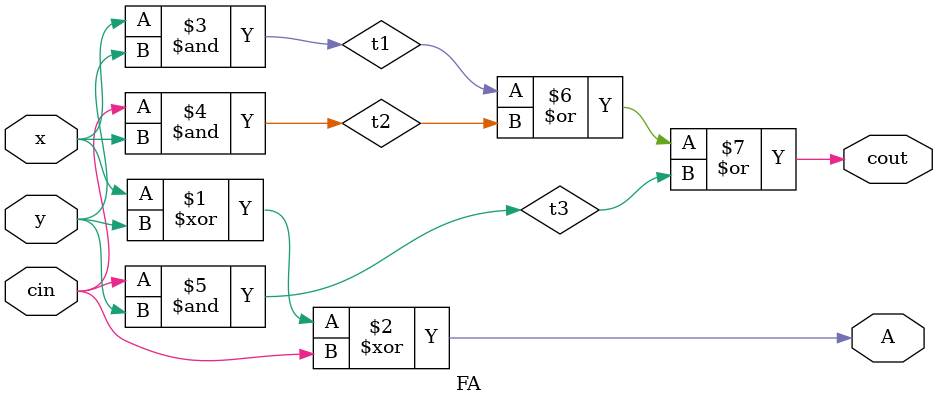
<source format=v>
`timescale 1ps/1ps

module wallace(a,b,result); // the wallace multiplier top module
input [7:0]a,b;
output [15:0] result;
wire [7:0] pp1;
wire [8:1] pp2;
wire [9:2] pp3;
wire [10:3] pp4;
wire [11:4] pp5;
wire [12:5] pp6;
wire [13:6] pp7;
wire [14:7] pp8;
assign pp1=a*b[0]; // generating the partial products. Can be generated using AND gates 
assign pp2=a*b[1];// generating the partial products. Can be generated using AND gates 
assign pp3=a*b[2];// generating the partial products. Can be generated using AND gates 
assign pp4=a*b[3];// generating the partial products. Can be generated using AND gates 
assign pp5=a*b[4];// generating the partial products. Can be generated using AND gates 
assign pp6=a*b[5];// generating the partial products. Can be generated using AND gates 
assign pp7=a*b[6];// generating the partial products. Can be generated using AND gates 
assign pp8=a*b[7];// generating the partial products. Can be generated using AND gates 
wire s1,s2,s3,s4,s5,s6,s7,s8,s9,s10,s11,s12,s13,s14,s15,s16,s17,s18,s19,s20,s21,s22,s23,s24,s25,s26,s27,s28,s29,s30,s31,s32,s33,s34,s35,s36,s37,s38,s39,s40,s41,s42;
wire c1,c2,c3,c4,c5,c6,c7,c8,c9,c10,c11,c12,c13,c14,c15,c16,c17,c18,c19,c20,c21,c22,c23,c24,c25,c26,c27,c28,c29,c30,c31,c32,c33,c34,c35,c36,c37,c38,c39,c40,c41,c42;

// si means sum from the ith full/half adder
//ci means the carry from ith full/half adder
/****************************************************/
//reduction stage 1

HA f1(pp1[1],pp2[1],s1,c1);
FA f2(pp1[2],pp2[2],pp3[2],s2,c2);
FA f3(pp1[3],pp2[3],pp3[3],s3,c3);
FA f4(pp1[4],pp2[4],pp3[4],s4,c4);
HA f5(pp4[4],pp5[4],s5,c5);
FA f6(pp1[5],pp2[5],pp3[5],s6,c6);
FA f7(pp4[5],pp5[5],pp6[5],s7,c7);
FA f8(pp1[6],pp2[6],pp3[6],s8,c8);
FA f9(pp4[6],pp5[6],pp6[6],s9,c9);
FA f10(pp1[7],pp2[7],pp3[7],s10,c10);
FA f11(pp4[7],pp5[7],pp6[7],s11,c11);
HA f12(pp2[8],pp3[8],s12,c12);
FA f13(pp4[8],pp5[8],pp6[8],s13,c13);
FA f14(pp4[9],pp5[9],pp6[9],s14,c14);
FA f15(pp4[10],pp5[10],pp6[10],s15,c15);
HA f16(pp5[11],pp6[11],s16,c16);
/********************************************************/
/****************************************************/
//reduction stage 2

HA f17(s2,c1,s17,c17);
FA f18(s3,c2,pp4[3],s18,c18);
FA f19(s4,c3,s5,s19,c19);
FA f20(s6,c4,s7,s20,c20);
FA f21(s8,c6,s9,s21,c21);
HA f22(c7,pp7[6],s22,c22);
FA f23(s10,c8,s11,s23,c23);
FA f24(c9,pp7[7],pp8[7],s24,c24);
FA f25(s12,c10,s13,s25,c25);
FA f26(c11,pp7[8],pp8[8],s26,c26);
FA f27(pp3[9],c12,s14,s27,c27);
FA f28(c13,pp7[9],pp8[9],s28,c28);
FA f29(c14,pp7[10],pp8[10],s29,c29);
FA f30(c15,pp7[11],pp8[11],s30,c30);
FA f31(c16,pp7[12],pp8[12],s31,c31);
HA f32(pp7[13],pp8[13],s32,c32);

/****************************************************/
/****************************************************/
//reduction stage 3

HA f33(s18,c17,s33,c33);
HA f34(s19,c18,s34,c34);
FA f35(s20,c19,c5,s35,c35);
FA f36(s21,c20,s22,s36,c36);
FA f37(s23,c21,s24,s37,c37);
FA f38(s25,c23,s26,s38,c38);
FA f39(s27,c25,s28,s39,c39);
FA f40(s15,c27,s29,s40,c40);
HA f41(s16,s30,s41,c41);
HA f42(pp6[12],s31,s42,c42);

/****************************************************/
/****************************************************/
//reduction stage 4

HA f43(s34,c33,s43,c43);
HA f44(s35,c34,s44,c44);
HA f45(s36,c35,s45,c45);
FA f46(s37,c36,c22,s46,c46);
FA f47(s38,c37,c24,s47,c47);
FA f48(s39,c38,c26,s48,c48);
FA f49(s40,c39,c28,s49,c49);
FA f50(s41,c40,c29,s50,c50);
FA f51(s42,c41,c30,s51,c51);
FA f52(s32,c31,c42,s52,c52);
HA f53(c32,pp8[14],s53,c53);

/****************************************************/

//defining the final two rows which are to be added as x1 and x2
wire[15:0] x1;
wire [15:0] x2;
assign x1[0]=pp1[0];
assign x1[1]=s1;
assign x1[2]=s17;
assign x1[3]=s33;
assign x1[14:4]={s53,s52,s51,s50,s49,s48,s47,s46,s45,s44,s43};
assign x1[15]=0;

assign x2[4:0]=0;
assign x2[15:5]={c53,c52,c51,c50,c49,c48,c47,c46,c45,c44,c43};
assign result[4:0]=x1[4:0];
wire [11:0] result1; 
  gp tt(x1[15:5],x2[15:5],result1);
assign result[15:5]=result1[10:0];
endmodule



module HA(a,b,sum,cout);
input a,b;
output sum,cout;
   xor  #60 (sum,a,b);
    and #50 (cout,a,b);
endmodule

//gp module implements the carry select adder
module gp(a,b,result);
input [10:0] a,b; // 11 bit addition as 2+3+4+2 sub additions. Look at Dinesh's Sir diagram of reduction 
output [11:0] result;
//the sub adders are implemeted using ripple carry architecture
two_bit_ripple_carry r(a[1:0],b[1:0],0,result[1:0],c1);
three_bit_ripple_carry r1(a[4:2],b[4:2],c1,c2,result[4:2]);
four_bit_ripple_carry r2(a[8:5],b[8:5],c2,c3,result[8:5]);
  two_final_bit_ripple_carry r3(a[10:9],b[10:9],c3,result[11],result[10:9]);
endmodule

module two_bit_ripple_carry(a,b,cin,sum,cout);//first stage is normal as cin  is obtained immediately. No need to wait
wire t1;
input [1:0] a,b;
  output [1:0]sum;
  input cin;
output cout;
FA f1(a[0],b[0],cin,sum[0],t1);
FA f2(a[1],b[1],t1,sum[1],cout);
endmodule


module three_bit_ripple_carry(a,b,cin,c_out,result); // here and in subsequent blocks, cin will be used as select line in MUXes
input [2:0] a,b;
  output [2:0] result;
  input cin;
output c_out;
wire t1,t2,cout,cout1;
wire t5,t6;
wire [2:0] sum,sum1;
FA f1(a[0],b[0],0,sum[0],t1);
FA f2(a[1],b[1],t1,sum[1],t2);
FA f3(a[2],b[2],t2,sum[2],cout);


FA f6(a[0],b[0],1,sum1[0],t5);
FA f7(a[1],b[1],t5,sum1[1],t6);
FA f8(a[2],b[2],t6,sum1[2],cout1);


assign #20 result=cin?sum1:sum;
assign #20 c_out=cin?cout1:cout;

endmodule

module four_bit_ripple_carry(a,b,cin,c_out,result);
input [3:0] a,b;
wire t1,t2,t3,cout,cout1;
input cin;
output c_out;
output[3:0] result;
wire [3:0] sum,sum1;
wire t6,t7,t8;
FA f1(a[0],b[0],0,sum[0],t1);
FA f2(a[1],b[1],t1,sum[1],t2);
FA f3(a[2],b[2],t2,sum[2],t3);
FA f4(a[3],b[3],t3,sum[3],cout);


FA f7(a[0],b[0],1,sum1[0],t6);
FA f8(a[1],b[1],t6,sum1[1],t7);
FA f9(a[2],b[2],t7,sum1[2],t8);
FA f10(a[3],b[3],t8,sum1[3],cout1);


assign #20 result=cin?sum1:sum;
assign #20 c_out=cin?cout1:cout;
endmodule

module two_final_bit_ripple_carry(a,b,cin,c_out,result);
input [1:0] a,b;
  output [1:0] result;
  input cin;
output c_out;
wire t1,cout,cout1;
wire t5;
wire [1:0] sum,sum1;
FA f1(a[0],b[0],0,sum[0],t1);
  FA f3(a[1],b[1],t1,sum[1],cout);


FA f6(a[0],b[0],1,sum1[0],t5);
  FA f8(a[1],b[1],t5,sum1[1],cout1);


assign #20 result=cin?sum1:sum;
assign #20 c_out=cin?cout1:cout;

endmodule






module FA
(
 input x,
 input y,
 input cin,
 
 output A, 
 output cout
 );
 wire t1,t2,t3;
    xor #30 (A,x,y,cin);
  and(t1,x,y);
  and(t2,cin,x);
  and(t3,cin,y);
  or #10 (cout,t1,t2,t3);

 
endmodule

</source>
